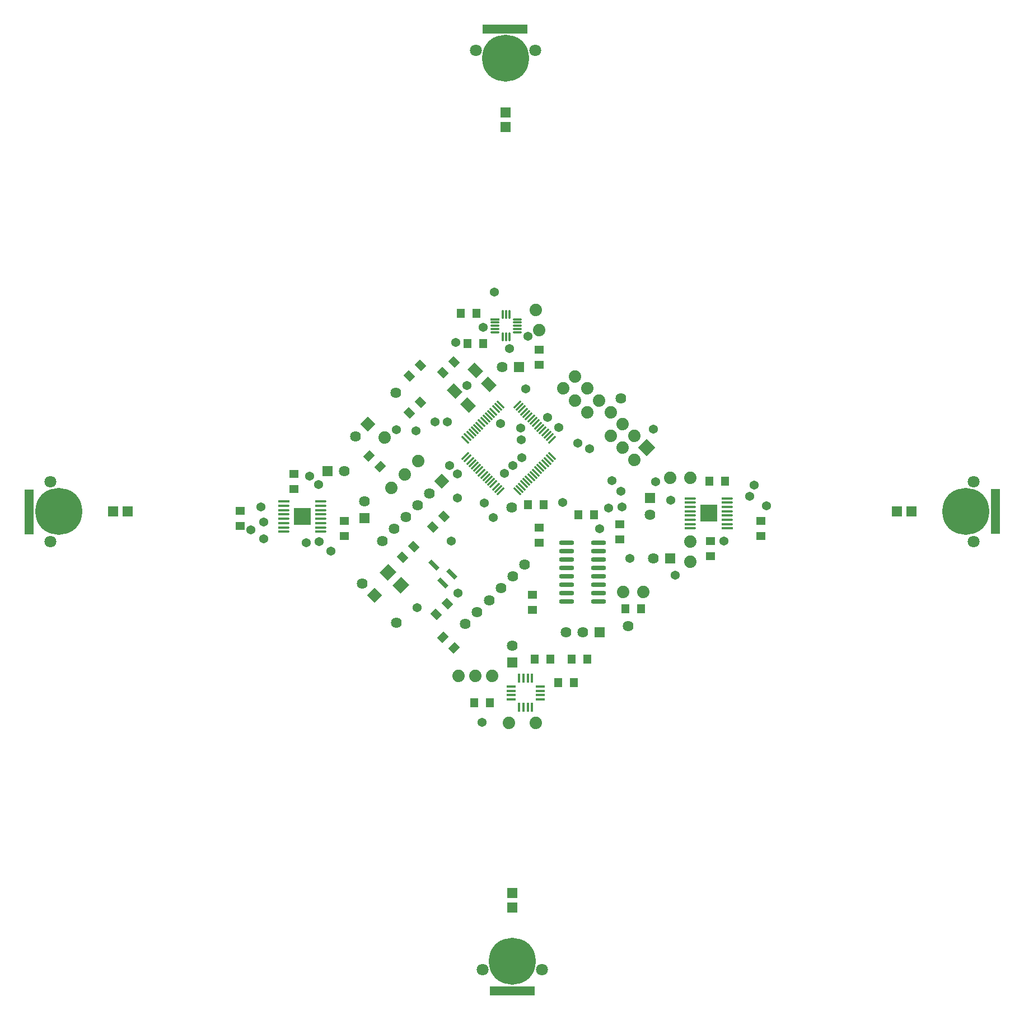
<source format=gts>
%FSLAX25Y25*%
%MOIN*%
G70*
G01*
G75*
G04 Layer_Color=8388736*
%ADD10C,0.03000*%
%ADD11C,0.02000*%
%ADD12C,0.06000*%
G04:AMPARAMS|DCode=13|XSize=70mil|YSize=63mil|CornerRadius=0mil|HoleSize=0mil|Usage=FLASHONLY|Rotation=225.000|XOffset=0mil|YOffset=0mil|HoleType=Round|Shape=Rectangle|*
%AMROTATEDRECTD13*
4,1,4,0.00248,0.04702,0.04702,0.00248,-0.00248,-0.04702,-0.04702,-0.00248,0.00248,0.04702,0.0*
%
%ADD13ROTATEDRECTD13*%

G04:AMPARAMS|DCode=14|XSize=9.84mil|YSize=61.02mil|CornerRadius=0mil|HoleSize=0mil|Usage=FLASHONLY|Rotation=45.000|XOffset=0mil|YOffset=0mil|HoleType=Round|Shape=Round|*
%AMOVALD14*
21,1,0.05118,0.00984,0.00000,0.00000,135.0*
1,1,0.00984,0.01810,-0.01810*
1,1,0.00984,-0.01810,0.01810*
%
%ADD14OVALD14*%

G04:AMPARAMS|DCode=15|XSize=9.84mil|YSize=61.02mil|CornerRadius=0mil|HoleSize=0mil|Usage=FLASHONLY|Rotation=315.000|XOffset=0mil|YOffset=0mil|HoleType=Round|Shape=Round|*
%AMOVALD15*
21,1,0.05118,0.00984,0.00000,0.00000,45.0*
1,1,0.00984,-0.01810,-0.01810*
1,1,0.00984,0.01810,0.01810*
%
%ADD15OVALD15*%

%ADD16O,0.01181X0.05118*%
%ADD17O,0.05118X0.01181*%
%ADD18R,0.05118X0.01181*%
%ADD19O,0.08661X0.02362*%
G04:AMPARAMS|DCode=20|XSize=23.62mil|YSize=62.99mil|CornerRadius=0mil|HoleSize=0mil|Usage=FLASHONLY|Rotation=225.000|XOffset=0mil|YOffset=0mil|HoleType=Round|Shape=Rectangle|*
%AMROTATEDRECTD20*
4,1,4,-0.01392,0.03062,0.03062,-0.01392,0.01392,-0.03062,-0.03062,0.01392,-0.01392,0.03062,0.0*
%
%ADD20ROTATEDRECTD20*%

G04:AMPARAMS|DCode=21|XSize=55.12mil|YSize=66.93mil|CornerRadius=0mil|HoleSize=0mil|Usage=FLASHONLY|Rotation=225.000|XOffset=0mil|YOffset=0mil|HoleType=Round|Shape=Rectangle|*
%AMROTATEDRECTD21*
4,1,4,-0.00418,0.04315,0.04315,-0.00418,0.00418,-0.04315,-0.04315,0.00418,-0.00418,0.04315,0.0*
%
%ADD21ROTATEDRECTD21*%

%ADD22R,0.05118X0.00984*%
%ADD23O,0.05118X0.00984*%
%ADD24O,0.00984X0.05118*%
%ADD25R,0.06299X0.01181*%
%ADD26O,0.06299X0.01181*%
%ADD27R,0.09843X0.09843*%
%ADD28R,0.05118X0.04134*%
%ADD29R,0.26575X0.05118*%
%ADD30R,0.04134X0.05118*%
G04:AMPARAMS|DCode=31|XSize=41.34mil|YSize=51.18mil|CornerRadius=0mil|HoleSize=0mil|Usage=FLASHONLY|Rotation=225.000|XOffset=0mil|YOffset=0mil|HoleType=Round|Shape=Rectangle|*
%AMROTATEDRECTD31*
4,1,4,-0.00348,0.03271,0.03271,-0.00348,0.00348,-0.03271,-0.03271,0.00348,-0.00348,0.03271,0.0*
%
%ADD31ROTATEDRECTD31*%

G04:AMPARAMS|DCode=32|XSize=41.34mil|YSize=51.18mil|CornerRadius=0mil|HoleSize=0mil|Usage=FLASHONLY|Rotation=135.000|XOffset=0mil|YOffset=0mil|HoleType=Round|Shape=Rectangle|*
%AMROTATEDRECTD32*
4,1,4,0.03271,0.00348,-0.00348,-0.03271,-0.03271,-0.00348,0.00348,0.03271,0.03271,0.00348,0.0*
%
%ADD32ROTATEDRECTD32*%

%ADD33R,0.05118X0.26575*%
%ADD34C,0.07000*%
%ADD35C,0.01200*%
%ADD36C,0.04000*%
%ADD37C,0.01500*%
%ADD38C,0.01000*%
%ADD39C,0.02500*%
%ADD40C,0.01400*%
%ADD41P,0.08485X4X360.0*%
%ADD42C,0.06000*%
%ADD43R,0.06000X0.06000*%
%ADD44P,0.08485X4X270.0*%
%ADD45P,0.09900X4X180.0*%
%ADD46C,0.07000*%
%ADD47R,0.06000X0.06000*%
%ADD48C,0.27559*%
%ADD49C,0.06693*%
%ADD50C,0.05000*%
%ADD51C,0.05000*%
%ADD52C,0.02100*%
G04:AMPARAMS|DCode=53|XSize=51mil|YSize=55mil|CornerRadius=0mil|HoleSize=0mil|Usage=FLASHONLY|Rotation=45.000|XOffset=0mil|YOffset=0mil|HoleType=Round|Shape=Rectangle|*
%AMROTATEDRECTD53*
4,1,4,0.00141,-0.03748,-0.03748,0.00141,-0.00141,0.03748,0.03748,-0.00141,0.00141,-0.03748,0.0*
%
%ADD53ROTATEDRECTD53*%

%ADD54R,0.05100X0.05500*%
%ADD55C,0.03937*%
%ADD56C,0.01800*%
%ADD57C,0.07874*%
%ADD58C,0.00984*%
%ADD59C,0.02362*%
%ADD60C,0.00787*%
%ADD61C,0.01181*%
%ADD62C,0.00394*%
%ADD63C,0.00900*%
G04:AMPARAMS|DCode=64|XSize=74mil|YSize=67mil|CornerRadius=0mil|HoleSize=0mil|Usage=FLASHONLY|Rotation=225.000|XOffset=0mil|YOffset=0mil|HoleType=Round|Shape=Rectangle|*
%AMROTATEDRECTD64*
4,1,4,0.00248,0.04985,0.04985,0.00248,-0.00248,-0.04985,-0.04985,-0.00248,0.00248,0.04985,0.0*
%
%ADD64ROTATEDRECTD64*%

G04:AMPARAMS|DCode=65|XSize=13.84mil|YSize=65.02mil|CornerRadius=0mil|HoleSize=0mil|Usage=FLASHONLY|Rotation=45.000|XOffset=0mil|YOffset=0mil|HoleType=Round|Shape=Round|*
%AMOVALD65*
21,1,0.05118,0.01384,0.00000,0.00000,135.0*
1,1,0.01384,0.01810,-0.01810*
1,1,0.01384,-0.01810,0.01810*
%
%ADD65OVALD65*%

G04:AMPARAMS|DCode=66|XSize=13.84mil|YSize=65.02mil|CornerRadius=0mil|HoleSize=0mil|Usage=FLASHONLY|Rotation=315.000|XOffset=0mil|YOffset=0mil|HoleType=Round|Shape=Round|*
%AMOVALD66*
21,1,0.05118,0.01384,0.00000,0.00000,45.0*
1,1,0.01384,-0.01810,-0.01810*
1,1,0.01384,0.01810,0.01810*
%
%ADD66OVALD66*%

%ADD67O,0.01581X0.05518*%
%ADD68O,0.05518X0.01581*%
%ADD69R,0.05518X0.01581*%
%ADD70O,0.09061X0.02762*%
G04:AMPARAMS|DCode=71|XSize=27.62mil|YSize=66.99mil|CornerRadius=0mil|HoleSize=0mil|Usage=FLASHONLY|Rotation=225.000|XOffset=0mil|YOffset=0mil|HoleType=Round|Shape=Rectangle|*
%AMROTATEDRECTD71*
4,1,4,-0.01392,0.03345,0.03345,-0.01392,0.01392,-0.03345,-0.03345,0.01392,-0.01392,0.03345,0.0*
%
%ADD71ROTATEDRECTD71*%

G04:AMPARAMS|DCode=72|XSize=59.12mil|YSize=70.93mil|CornerRadius=0mil|HoleSize=0mil|Usage=FLASHONLY|Rotation=225.000|XOffset=0mil|YOffset=0mil|HoleType=Round|Shape=Rectangle|*
%AMROTATEDRECTD72*
4,1,4,-0.00418,0.04598,0.04598,-0.00418,0.00418,-0.04598,-0.04598,0.00418,-0.00418,0.04598,0.0*
%
%ADD72ROTATEDRECTD72*%

%ADD73R,0.05518X0.01384*%
%ADD74O,0.05518X0.01384*%
%ADD75O,0.01384X0.05518*%
%ADD76R,0.06699X0.01581*%
%ADD77O,0.06699X0.01581*%
%ADD78R,0.10243X0.10243*%
%ADD79R,0.05518X0.04534*%
%ADD80R,0.26975X0.05518*%
%ADD81R,0.04534X0.05518*%
G04:AMPARAMS|DCode=82|XSize=45.34mil|YSize=55.18mil|CornerRadius=0mil|HoleSize=0mil|Usage=FLASHONLY|Rotation=225.000|XOffset=0mil|YOffset=0mil|HoleType=Round|Shape=Rectangle|*
%AMROTATEDRECTD82*
4,1,4,-0.00348,0.03554,0.03554,-0.00348,0.00348,-0.03554,-0.03554,0.00348,-0.00348,0.03554,0.0*
%
%ADD82ROTATEDRECTD82*%

G04:AMPARAMS|DCode=83|XSize=45.34mil|YSize=55.18mil|CornerRadius=0mil|HoleSize=0mil|Usage=FLASHONLY|Rotation=135.000|XOffset=0mil|YOffset=0mil|HoleType=Round|Shape=Rectangle|*
%AMROTATEDRECTD83*
4,1,4,0.03554,0.00348,-0.00348,-0.03554,-0.03554,-0.00348,0.00348,0.03554,0.03554,0.00348,0.0*
%
%ADD83ROTATEDRECTD83*%

%ADD84R,0.05518X0.26975*%
%ADD85P,0.09051X4X360.0*%
%ADD86C,0.06400*%
%ADD87R,0.06400X0.06400*%
%ADD88P,0.09051X4X270.0*%
%ADD89P,0.10465X4X180.0*%
%ADD90C,0.07400*%
%ADD91R,0.06400X0.06400*%
%ADD92C,0.27959*%
%ADD93C,0.07093*%
%ADD94C,0.05400*%
D64*
X630111Y457889D02*
D03*
X637889Y450111D02*
D03*
D65*
X697059Y557821D02*
D03*
X695667Y556429D02*
D03*
X694275Y555037D02*
D03*
X692883Y553645D02*
D03*
X691491Y552253D02*
D03*
X690099Y550861D02*
D03*
X688707Y549469D02*
D03*
X687315Y548077D02*
D03*
X685923Y546685D02*
D03*
X684531Y545293D02*
D03*
X683139Y543901D02*
D03*
X681747Y542509D02*
D03*
X680355Y541117D02*
D03*
X678963Y539725D02*
D03*
X677571Y538333D02*
D03*
X676179Y536941D02*
D03*
X706941Y506179D02*
D03*
X708333Y507571D02*
D03*
X709725Y508963D02*
D03*
X711117Y510355D02*
D03*
X712509Y511747D02*
D03*
X713901Y513139D02*
D03*
X715293Y514531D02*
D03*
X716685Y515923D02*
D03*
X718077Y517315D02*
D03*
X719469Y518707D02*
D03*
X720861Y520099D02*
D03*
X722253Y521491D02*
D03*
X723645Y522883D02*
D03*
X725037Y524275D02*
D03*
X726429Y525667D02*
D03*
X727821Y527059D02*
D03*
D66*
X676179D02*
D03*
X677571Y525667D02*
D03*
X678963Y524275D02*
D03*
X680355Y522883D02*
D03*
X681747Y521491D02*
D03*
X683139Y520099D02*
D03*
X684531Y518707D02*
D03*
X685923Y517315D02*
D03*
X687315Y515923D02*
D03*
X688707Y514531D02*
D03*
X690099Y513139D02*
D03*
X691491Y511747D02*
D03*
X692883Y510355D02*
D03*
X694275Y508963D02*
D03*
X695667Y507571D02*
D03*
X697059Y506179D02*
D03*
X727821Y536941D02*
D03*
X726429Y538333D02*
D03*
X725037Y539725D02*
D03*
X723645Y541117D02*
D03*
X722253Y542509D02*
D03*
X720861Y543901D02*
D03*
X719469Y545293D02*
D03*
X718077Y546685D02*
D03*
X716685Y548077D02*
D03*
X715293Y549469D02*
D03*
X713901Y550861D02*
D03*
X712509Y552253D02*
D03*
X711117Y553645D02*
D03*
X709725Y555037D02*
D03*
X708333Y556429D02*
D03*
X706941Y557821D02*
D03*
D67*
X708161Y394661D02*
D03*
X710720D02*
D03*
X713279D02*
D03*
X715839D02*
D03*
X715839Y377339D02*
D03*
X713279D02*
D03*
X710720D02*
D03*
X708161D02*
D03*
D68*
X720661Y389839D02*
D03*
Y387280D02*
D03*
Y384720D02*
D03*
Y382161D02*
D03*
X703339Y382161D02*
D03*
Y384720D02*
D03*
Y387280D02*
D03*
D69*
Y389839D02*
D03*
D70*
X736551Y475500D02*
D03*
X736551Y470500D02*
D03*
X736551Y465500D02*
D03*
X736551Y460500D02*
D03*
Y455500D02*
D03*
X736551Y450500D02*
D03*
X736551Y445500D02*
D03*
X736551Y440500D02*
D03*
X755449Y475500D02*
D03*
X755449Y470500D02*
D03*
Y465500D02*
D03*
Y460500D02*
D03*
Y455500D02*
D03*
X755449Y450500D02*
D03*
X755449Y445500D02*
D03*
Y440500D02*
D03*
D71*
X657441Y462116D02*
D03*
X668020Y456827D02*
D03*
X662731Y451537D02*
D03*
D72*
X682000Y578000D02*
D03*
X669681Y565681D02*
D03*
X677894Y557469D02*
D03*
X690212Y569788D02*
D03*
D73*
X693807Y608637D02*
D03*
D74*
Y606669D02*
D03*
Y604700D02*
D03*
Y602732D02*
D03*
Y600763D02*
D03*
X707193D02*
D03*
Y602732D02*
D03*
Y604700D02*
D03*
Y606669D02*
D03*
Y608637D02*
D03*
D75*
X698531Y598007D02*
D03*
X700500D02*
D03*
X702468D02*
D03*
Y611491D02*
D03*
X700500D02*
D03*
X698531D02*
D03*
D76*
X832000Y484000D02*
D03*
X568000Y500000D02*
D03*
D77*
X832000Y486559D02*
D03*
X832000Y489118D02*
D03*
Y491677D02*
D03*
Y494236D02*
D03*
Y496795D02*
D03*
Y499354D02*
D03*
Y501913D02*
D03*
X809953Y484000D02*
D03*
X809953Y486559D02*
D03*
X809953Y489118D02*
D03*
X809953Y491677D02*
D03*
X809953Y494236D02*
D03*
Y496795D02*
D03*
X809953Y499354D02*
D03*
X809953Y501913D02*
D03*
X590047Y482087D02*
D03*
X590047Y484646D02*
D03*
X590047Y487205D02*
D03*
X590047Y489764D02*
D03*
X590047Y492323D02*
D03*
X590047Y494882D02*
D03*
X590047Y497441D02*
D03*
X590047Y500000D02*
D03*
X568000Y482087D02*
D03*
X568000Y484646D02*
D03*
X568000Y487205D02*
D03*
X568000Y489764D02*
D03*
X568000Y492323D02*
D03*
X568000Y494882D02*
D03*
Y497441D02*
D03*
D78*
X821000Y493000D02*
D03*
X579000Y491000D02*
D03*
D79*
X822000Y476626D02*
D03*
Y467374D02*
D03*
X720000Y581374D02*
D03*
Y590626D02*
D03*
X604000Y479374D02*
D03*
Y488626D02*
D03*
X768000Y486626D02*
D03*
Y477374D02*
D03*
X720000Y484626D02*
D03*
Y475374D02*
D03*
X716000Y444626D02*
D03*
Y435374D02*
D03*
X852000Y479374D02*
D03*
Y488626D02*
D03*
X574000Y516626D02*
D03*
Y507374D02*
D03*
X542000Y494626D02*
D03*
Y485374D02*
D03*
D80*
X704197Y208382D02*
D03*
X699803Y781618D02*
D03*
D81*
X743374Y492000D02*
D03*
X752626D02*
D03*
X780626Y436000D02*
D03*
X771374D02*
D03*
X740626Y392000D02*
D03*
X731374D02*
D03*
X717374Y406000D02*
D03*
X726626D02*
D03*
X673374Y612000D02*
D03*
X682626D02*
D03*
X830626Y512000D02*
D03*
X821374D02*
D03*
X677374Y594000D02*
D03*
X686626D02*
D03*
X748626Y406000D02*
D03*
X739374D02*
D03*
X713374Y498000D02*
D03*
X722626D02*
D03*
X681374Y380000D02*
D03*
X690626D02*
D03*
D82*
X662729Y576729D02*
D03*
X669271Y583271D02*
D03*
X642729Y552729D02*
D03*
X649271Y559271D02*
D03*
X656729Y484729D02*
D03*
X663271Y491271D02*
D03*
X638729Y466729D02*
D03*
X645271Y473271D02*
D03*
X658729Y432729D02*
D03*
X665271Y439271D02*
D03*
X642729Y574729D02*
D03*
X649271Y581271D02*
D03*
D83*
X662729Y419271D02*
D03*
X669271Y412729D02*
D03*
X625271Y520729D02*
D03*
X618729Y527271D02*
D03*
D84*
X991618Y494197D02*
D03*
X416382Y493803D02*
D03*
D85*
X662000Y512000D02*
D03*
X618000Y546000D02*
D03*
D86*
X711497Y462502D02*
D03*
X654929Y504929D02*
D03*
X647858Y497858D02*
D03*
X640787Y490787D02*
D03*
X633716Y483716D02*
D03*
X626645Y476645D02*
D03*
X704426Y455432D02*
D03*
X697355Y448360D02*
D03*
X690284Y441289D02*
D03*
X683213Y434218D02*
D03*
X676142Y427147D02*
D03*
X736000Y422000D02*
D03*
X746000Y422000D02*
D03*
X614929Y451071D02*
D03*
X610929Y538929D02*
D03*
X604000Y518000D02*
D03*
X786000Y492000D02*
D03*
X788000Y466000D02*
D03*
X616000Y500000D02*
D03*
X634796Y564968D02*
D03*
X773085Y425982D02*
D03*
X635004Y427931D02*
D03*
X768631Y561558D02*
D03*
X703697Y496345D02*
D03*
X704000Y414000D02*
D03*
X698000Y580000D02*
D03*
D87*
X756000Y422000D02*
D03*
X594000Y518000D02*
D03*
X798000Y466000D02*
D03*
X708000Y580000D02*
D03*
X941716Y494000D02*
D03*
X933055D02*
D03*
X474945D02*
D03*
X466284D02*
D03*
D88*
X622000Y444000D02*
D03*
D89*
X784000Y532000D02*
D03*
D90*
X776929Y539071D02*
D03*
X769858Y546142D02*
D03*
X762787Y553213D02*
D03*
X755716Y560284D02*
D03*
X748645Y567355D02*
D03*
X741574Y574426D02*
D03*
X734503Y567355D02*
D03*
X741574Y560284D02*
D03*
X748645Y553213D02*
D03*
X762787Y539071D02*
D03*
X769858Y532000D02*
D03*
X776929Y524929D02*
D03*
X702000Y368000D02*
D03*
X798000Y514000D02*
D03*
X810000Y514000D02*
D03*
X810000Y476000D02*
D03*
X810000Y464000D02*
D03*
X718000Y368000D02*
D03*
X672000Y396000D02*
D03*
X682000D02*
D03*
X692000D02*
D03*
X718000Y614000D02*
D03*
X720000Y602000D02*
D03*
X770000Y446000D02*
D03*
X782000D02*
D03*
X640000Y516000D02*
D03*
X648000Y524000D02*
D03*
X628000Y538000D02*
D03*
X632000Y508000D02*
D03*
D91*
X704000Y266945D02*
D03*
Y258283D02*
D03*
X786000Y502000D02*
D03*
X616000Y490000D02*
D03*
X704000Y404000D02*
D03*
X700000Y731716D02*
D03*
Y723055D02*
D03*
D92*
X704000Y226000D02*
D03*
X974000Y494000D02*
D03*
X434000D02*
D03*
X700000Y764000D02*
D03*
D93*
X721716Y221079D02*
D03*
X686283D02*
D03*
X978921Y476284D02*
D03*
Y511717D02*
D03*
X429079Y476284D02*
D03*
Y511717D02*
D03*
X717717Y768921D02*
D03*
X682283D02*
D03*
D94*
X581500Y475500D02*
D03*
X845500Y503300D02*
D03*
X548500Y483300D02*
D03*
X556201Y487697D02*
D03*
X554600Y496800D02*
D03*
X635000Y542900D02*
D03*
X677200Y569000D02*
D03*
X658000Y547600D02*
D03*
X670300Y594700D02*
D03*
X665300Y547400D02*
D03*
X666700Y521500D02*
D03*
X848100Y509800D02*
D03*
X756000Y483900D02*
D03*
X788100Y543300D02*
D03*
X647600Y436800D02*
D03*
X686024Y368406D02*
D03*
X693300Y624900D02*
D03*
X855600Y497600D02*
D03*
X830100Y476500D02*
D03*
X798500Y500700D02*
D03*
X686800Y603700D02*
D03*
X589200Y476000D02*
D03*
X596200Y470600D02*
D03*
X671900Y445600D02*
D03*
X583300Y515300D02*
D03*
X588900Y510200D02*
D03*
X774000Y466300D02*
D03*
X801200Y456300D02*
D03*
X712200Y567200D02*
D03*
X709100Y543900D02*
D03*
X709600Y536900D02*
D03*
X750100Y531400D02*
D03*
X789300Y511700D02*
D03*
X763400Y512400D02*
D03*
X768800Y506300D02*
D03*
X769400Y496700D02*
D03*
X761400Y496100D02*
D03*
X704600Y521500D02*
D03*
X699600Y516800D02*
D03*
X709700Y526000D02*
D03*
X556200Y477900D02*
D03*
X702600Y591300D02*
D03*
X692700Y490500D02*
D03*
X734100Y499500D02*
D03*
X687400Y499100D02*
D03*
X646800Y542200D02*
D03*
X713600Y598400D02*
D03*
X671600Y516500D02*
D03*
X671300Y502000D02*
D03*
X667800Y476600D02*
D03*
X731900Y544000D02*
D03*
X743100Y534900D02*
D03*
X725000Y550300D02*
D03*
X697100Y546500D02*
D03*
M02*

</source>
